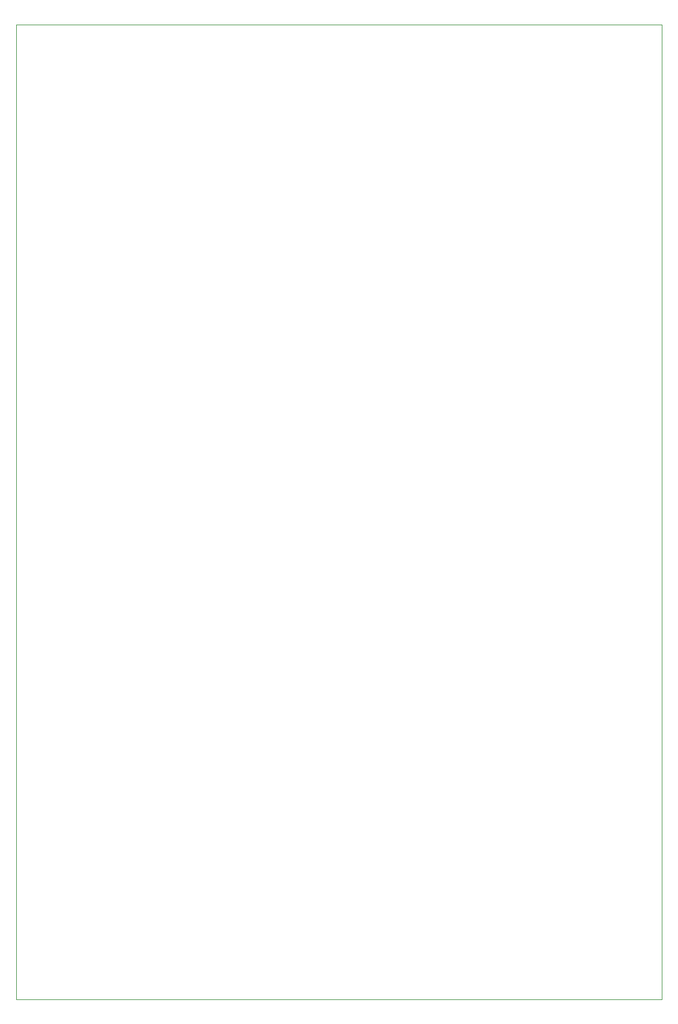
<source format=gbr>
%TF.GenerationSoftware,KiCad,Pcbnew,8.0.4*%
%TF.CreationDate,2024-09-22T22:20:49-05:00*%
%TF.ProjectId,proyecto_doom,70726f79-6563-4746-9f5f-646f6f6d2e6b,rev?*%
%TF.SameCoordinates,Original*%
%TF.FileFunction,Profile,NP*%
%FSLAX46Y46*%
G04 Gerber Fmt 4.6, Leading zero omitted, Abs format (unit mm)*
G04 Created by KiCad (PCBNEW 8.0.4) date 2024-09-22 22:20:49*
%MOMM*%
%LPD*%
G01*
G04 APERTURE LIST*
%TA.AperFunction,Profile*%
%ADD10C,0.050000*%
%TD*%
G04 APERTURE END LIST*
D10*
X102680000Y-24400000D02*
X193720000Y-24400000D01*
X193720000Y-161840000D01*
X102680000Y-161840000D01*
X102680000Y-24400000D01*
M02*

</source>
